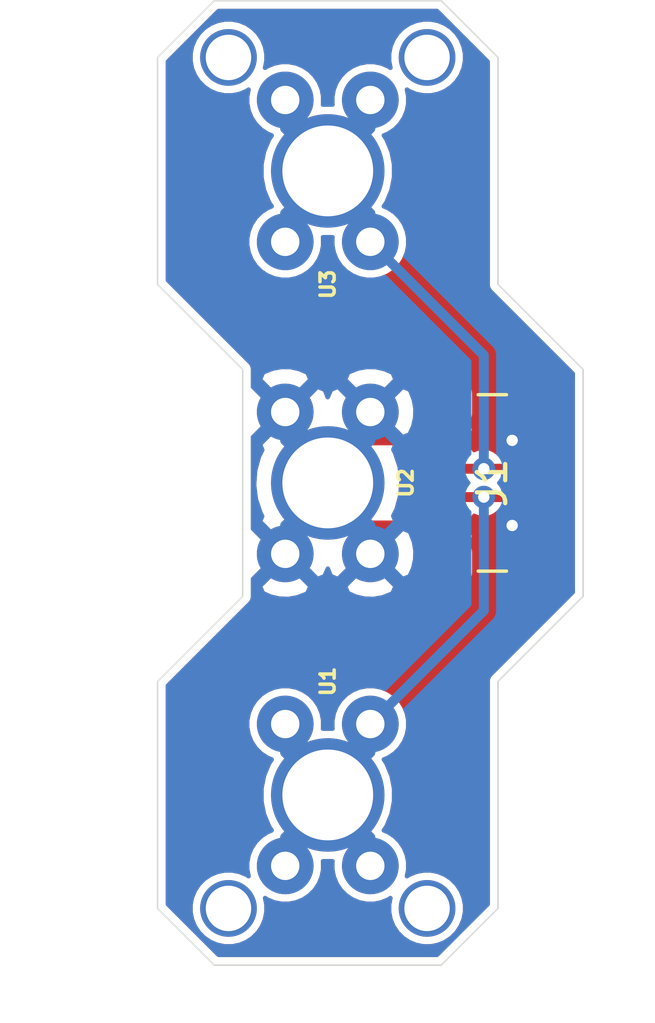
<source format=kicad_pcb>
(kicad_pcb (version 20171130) (host pcbnew 5.1.5-52549c5~86~ubuntu18.04.1)

  (general
    (thickness 1.6)
    (drawings 16)
    (tracks 60)
    (zones 0)
    (modules 8)
    (nets 4)
  )

  (page A4)
  (layers
    (0 F.Cu signal)
    (31 B.Cu signal)
    (32 B.Adhes user)
    (33 F.Adhes user)
    (34 B.Paste user)
    (35 F.Paste user)
    (36 B.SilkS user)
    (37 F.SilkS user)
    (38 B.Mask user)
    (39 F.Mask user)
    (40 Dwgs.User user)
    (41 Cmts.User user)
    (42 Eco1.User user)
    (43 Eco2.User user)
    (44 Edge.Cuts user)
    (45 Margin user)
    (46 B.CrtYd user)
    (47 F.CrtYd user)
    (48 B.Fab user)
    (49 F.Fab user)
  )

  (setup
    (last_trace_width 0.35)
    (trace_clearance 0.2)
    (zone_clearance 0.26)
    (zone_45_only no)
    (trace_min 0.2)
    (via_size 0.8)
    (via_drill 0.4)
    (via_min_size 0.4)
    (via_min_drill 0.3)
    (uvia_size 0.3)
    (uvia_drill 0.1)
    (uvias_allowed no)
    (uvia_min_size 0.2)
    (uvia_min_drill 0.1)
    (edge_width 0.05)
    (segment_width 0.2)
    (pcb_text_width 0.3)
    (pcb_text_size 1.5 1.5)
    (mod_edge_width 0.12)
    (mod_text_size 1 1)
    (mod_text_width 0.15)
    (pad_size 4 4)
    (pad_drill 3.2)
    (pad_to_mask_clearance 0.051)
    (solder_mask_min_width 0.25)
    (aux_axis_origin 0 0)
    (visible_elements FFFFFF7F)
    (pcbplotparams
      (layerselection 0x010fc_ffffffff)
      (usegerberextensions false)
      (usegerberattributes false)
      (usegerberadvancedattributes false)
      (creategerberjobfile false)
      (excludeedgelayer true)
      (linewidth 0.100000)
      (plotframeref false)
      (viasonmask false)
      (mode 1)
      (useauxorigin false)
      (hpglpennumber 1)
      (hpglpenspeed 20)
      (hpglpendiameter 15.000000)
      (psnegative false)
      (psa4output false)
      (plotreference true)
      (plotvalue true)
      (plotinvisibletext false)
      (padsonsilk false)
      (subtractmaskfromsilk false)
      (outputformat 1)
      (mirror false)
      (drillshape 0)
      (scaleselection 1)
      (outputdirectory "fab/"))
  )

  (net 0 "")
  (net 1 GND)
  (net 2 "Net-(J1-Pad2)")
  (net 3 "Net-(J1-Pad3)")

  (net_class Default "This is the default net class."
    (clearance 0.2)
    (trace_width 0.35)
    (via_dia 0.8)
    (via_drill 0.4)
    (uvia_dia 0.3)
    (uvia_drill 0.1)
    (add_net GND)
    (add_net "Net-(J1-Pad2)")
    (add_net "Net-(J1-Pad3)")
  )

  (module SOMOS:MountingHole_2.1mm (layer F.Cu) (tedit 5E9D4FB2) (tstamp 5E9DB1C7)
    (at 153.5 115)
    (descr "Mounting Hole 2.1mm, no annular")
    (tags "mounting hole 2.1mm no annular")
    (attr virtual)
    (fp_text reference REF** (at 0 -3.2) (layer F.SilkS) hide
      (effects (font (size 1 1) (thickness 0.15)))
    )
    (fp_text value MountingHole_2.1mm (at 0 3.2) (layer F.Fab)
      (effects (font (size 1 1) (thickness 0.15)))
    )
    (fp_text user %R (at 0.3 0) (layer F.Fab)
      (effects (font (size 1 1) (thickness 0.15)))
    )
    (pad 0 thru_hole circle (at 0 0) (size 2 2) (drill 1.6) (layers *.Cu *.Mask))
  )

  (module SOMOS:MountingHole_2.1mm (layer F.Cu) (tedit 5E9D4FB2) (tstamp 5E9DB1BD)
    (at 146.5 115)
    (descr "Mounting Hole 2.1mm, no annular")
    (tags "mounting hole 2.1mm no annular")
    (attr virtual)
    (fp_text reference REF** (at 0 -3.2) (layer F.SilkS) hide
      (effects (font (size 1 1) (thickness 0.15)))
    )
    (fp_text value MountingHole_2.1mm (at 0 3.2) (layer F.Fab)
      (effects (font (size 1 1) (thickness 0.15)))
    )
    (fp_text user %R (at 0.3 0) (layer F.Fab)
      (effects (font (size 1 1) (thickness 0.15)))
    )
    (pad 0 thru_hole circle (at 0 0) (size 2 2) (drill 1.6) (layers *.Cu *.Mask))
  )

  (module SOMOS:MountingHole_2.1mm (layer F.Cu) (tedit 5E9D4FB2) (tstamp 5E9DB1B3)
    (at 153.5 85)
    (descr "Mounting Hole 2.1mm, no annular")
    (tags "mounting hole 2.1mm no annular")
    (attr virtual)
    (fp_text reference REF** (at 0 -3.2) (layer F.SilkS) hide
      (effects (font (size 1 1) (thickness 0.15)))
    )
    (fp_text value MountingHole_2.1mm (at 0 3.2) (layer F.Fab)
      (effects (font (size 1 1) (thickness 0.15)))
    )
    (fp_text user %R (at 0.3 0) (layer F.Fab)
      (effects (font (size 1 1) (thickness 0.15)))
    )
    (pad 0 thru_hole circle (at 0 0) (size 2 2) (drill 1.6) (layers *.Cu *.Mask))
  )

  (module SOMOS:MountingHole_2.1mm (layer F.Cu) (tedit 5E9D4FB2) (tstamp 5E9DB19B)
    (at 146.5 85)
    (descr "Mounting Hole 2.1mm, no annular")
    (tags "mounting hole 2.1mm no annular")
    (attr virtual)
    (fp_text reference REF** (at 0 -3.2) (layer F.SilkS) hide
      (effects (font (size 1 1) (thickness 0.15)))
    )
    (fp_text value MountingHole_2.1mm (at 0 3.2) (layer F.Fab)
      (effects (font (size 1 1) (thickness 0.15)))
    )
    (fp_text user %R (at 0.3 0) (layer F.Fab)
      (effects (font (size 1 1) (thickness 0.15)))
    )
    (pad 0 thru_hole circle (at 0 0) (size 2 2) (drill 1.6) (layers *.Cu *.Mask))
  )

  (module SOMOS:SOMOS_ELECTRODE_2 (layer F.Cu) (tedit 5E811968) (tstamp 5E817A0D)
    (at 150 111 90)
    (path /5E1F0769)
    (fp_text reference U1 (at 4 0 90) (layer F.SilkS)
      (effects (font (size 0.5 0.5) (thickness 0.125)))
    )
    (fp_text value ElectrodePad (at 0 4 90) (layer F.Fab)
      (effects (font (size 1 1) (thickness 0.15)))
    )
    (pad 1 thru_hole circle (at 0 0 90) (size 4 4) (drill 3.2) (layers *.Cu *.Mask)
      (net 2 "Net-(J1-Pad2)"))
    (pad 1 thru_hole circle (at -2.5 -1.5 90) (size 2 2) (drill 1) (layers *.Cu *.Mask)
      (net 2 "Net-(J1-Pad2)"))
    (pad 1 thru_hole circle (at 2.5 -1.5 90) (size 2 2) (drill 1) (layers *.Cu *.Mask)
      (net 2 "Net-(J1-Pad2)"))
    (pad 1 thru_hole circle (at 2.5 1.5 90) (size 2 2) (drill 1) (layers *.Cu *.Mask)
      (net 2 "Net-(J1-Pad2)"))
    (pad 1 thru_hole circle (at -2.5 1.5 90) (size 2 2) (drill 1) (layers *.Cu *.Mask)
      (net 2 "Net-(J1-Pad2)"))
  )

  (module SOMOS:SOMOS_ELECTRODE_2 (layer F.Cu) (tedit 5E811968) (tstamp 5E816B01)
    (at 150 100 270)
    (path /5E20931B)
    (fp_text reference U2 (at 0 -2.75 270) (layer F.SilkS)
      (effects (font (size 0.5 0.5) (thickness 0.125)))
    )
    (fp_text value ElectrodePad (at 0 -5.08 270) (layer F.Fab)
      (effects (font (size 1 1) (thickness 0.15)))
    )
    (pad 1 thru_hole circle (at 0 0 270) (size 4 4) (drill 3.2) (layers *.Cu *.Mask)
      (net 1 GND))
    (pad 1 thru_hole circle (at -2.5 -1.5 270) (size 2 2) (drill 1) (layers *.Cu *.Mask)
      (net 1 GND))
    (pad 1 thru_hole circle (at 2.5 -1.5 270) (size 2 2) (drill 1) (layers *.Cu *.Mask)
      (net 1 GND))
    (pad 1 thru_hole circle (at 2.5 1.5 270) (size 2 2) (drill 1) (layers *.Cu *.Mask)
      (net 1 GND))
    (pad 1 thru_hole circle (at -2.5 1.5 270) (size 2 2) (drill 1) (layers *.Cu *.Mask)
      (net 1 GND))
  )

  (module SOMOS:SOMOS_ELECTRODE_2 (layer F.Cu) (tedit 5E811968) (tstamp 5E81716F)
    (at 150 89 90)
    (path /5E298AB1)
    (fp_text reference U3 (at -4 0 90) (layer F.SilkS)
      (effects (font (size 0.5 0.5) (thickness 0.125)))
    )
    (fp_text value ElectrodePad (at 0 -5.08 90) (layer F.Fab)
      (effects (font (size 1 1) (thickness 0.15)))
    )
    (pad 1 thru_hole circle (at -2.5 1.5 90) (size 2 2) (drill 1) (layers *.Cu *.Mask)
      (net 3 "Net-(J1-Pad3)"))
    (pad 1 thru_hole circle (at 2.5 1.5 90) (size 2 2) (drill 1) (layers *.Cu *.Mask)
      (net 3 "Net-(J1-Pad3)"))
    (pad 1 thru_hole circle (at 2.5 -1.5 90) (size 2 2) (drill 1) (layers *.Cu *.Mask)
      (net 3 "Net-(J1-Pad3)"))
    (pad 1 thru_hole circle (at -2.5 -1.5 90) (size 2 2) (drill 1) (layers *.Cu *.Mask)
      (net 3 "Net-(J1-Pad3)"))
    (pad 1 thru_hole circle (at 0 0 90) (size 4 4) (drill 3.2) (layers *.Cu *.Mask)
      (net 3 "Net-(J1-Pad3)"))
  )

  (module SOMOS:JST_SH_SM04B-SRSS-TB_1x04-DUAL (layer F.Cu) (tedit 5E9D446F) (tstamp 5E9DA6B2)
    (at 155.8 100 90)
    (descr "JST SH series connector, SM04B-SRSS-TB (http://www.jst-mfg.com/product/pdf/eng/eSH.pdf), generated with kicad-footprint-generator")
    (tags "connector JST SH top entry")
    (path /5E82C729)
    (attr smd)
    (fp_text reference J1 (at 0 0 90) (layer F.SilkS)
      (effects (font (size 1 1) (thickness 0.15)))
    )
    (fp_text value Conn_01x04_Male (at 0 3.98 90) (layer F.Fab)
      (effects (font (size 1 1) (thickness 0.15)))
    )
    (fp_line (start -3 -1.675) (end 3 -1.675) (layer F.Fab) (width 0.1))
    (fp_line (start -3.11 0.5) (end -3.11 -0.5) (layer F.SilkS) (width 0.12))
    (fp_line (start 3.11 0.5) (end 3.11 -0.5) (layer F.SilkS) (width 0.12))
    (fp_line (start -3 2.575) (end 3 2.575) (layer F.Fab) (width 0.1))
    (fp_line (start -3 -1.675) (end -3 2.575) (layer F.Fab) (width 0.1))
    (fp_line (start 3 -1.675) (end 3 2.575) (layer F.Fab) (width 0.1))
    (fp_line (start -3.9 -3.28) (end -3.9 3.28) (layer F.CrtYd) (width 0.05))
    (fp_line (start -3.9 3.28) (end 3.9 3.28) (layer F.CrtYd) (width 0.05))
    (fp_line (start 3.9 3.28) (end 3.9 -3.28) (layer F.CrtYd) (width 0.05))
    (fp_line (start 3.9 -3.28) (end -3.9 -3.28) (layer F.CrtYd) (width 0.05))
    (fp_line (start -2 -1.675) (end -1.5 -0.967893) (layer F.Fab) (width 0.1))
    (fp_line (start -1.5 -0.967893) (end -1 -1.675) (layer F.Fab) (width 0.1))
    (fp_text user %R (at 0 0 90) (layer F.Fab)
      (effects (font (size 1 1) (thickness 0.15)))
    )
    (pad 1 smd roundrect (at -1.5 -2 90) (size 0.6 1.55) (layers F.Cu F.Paste F.Mask) (roundrect_rratio 0.25)
      (net 1 GND))
    (pad 2 smd roundrect (at -0.5 -2 90) (size 0.6 1.55) (layers F.Cu F.Paste F.Mask) (roundrect_rratio 0.25)
      (net 2 "Net-(J1-Pad2)"))
    (pad 3 smd roundrect (at 0.5 -2 90) (size 0.6 1.55) (layers F.Cu F.Paste F.Mask) (roundrect_rratio 0.25)
      (net 3 "Net-(J1-Pad3)"))
    (pad 4 smd roundrect (at 1.5 -2 90) (size 0.6 1.55) (layers F.Cu F.Paste F.Mask) (roundrect_rratio 0.25)
      (net 1 GND))
    (pad MP smd roundrect (at -2.8 1.875 90) (size 1.2 1.8) (layers F.Cu F.Paste F.Mask) (roundrect_rratio 0.208))
    (pad MP smd roundrect (at 2.8 1.875 90) (size 1.2 1.8) (layers F.Cu F.Paste F.Mask) (roundrect_rratio 0.208333))
    (pad MP smd roundrect (at -2.8 -1.875 90) (size 1.2 1.8) (layers F.Cu F.Paste F.Mask) (roundrect_rratio 0.208))
    (pad MP smd roundrect (at 2.8 -1.875 90) (size 1.2 1.8) (layers F.Cu F.Paste F.Mask) (roundrect_rratio 0.208))
    (pad 1 smd roundrect (at -1.5 2 90) (size 0.6 1.55) (layers F.Cu F.Paste F.Mask) (roundrect_rratio 0.25)
      (net 1 GND))
    (pad 2 smd roundrect (at -0.5 2 90) (size 0.6 1.55) (layers F.Cu F.Paste F.Mask) (roundrect_rratio 0.25)
      (net 2 "Net-(J1-Pad2)"))
    (pad 3 smd roundrect (at 0.5 2 90) (size 0.6 1.55) (layers F.Cu F.Paste F.Mask) (roundrect_rratio 0.25)
      (net 3 "Net-(J1-Pad3)"))
    (pad 4 smd roundrect (at 1.5 2 90) (size 0.6 1.55) (layers F.Cu F.Paste F.Mask) (roundrect_rratio 0.25)
      (net 1 GND))
    (model ${PERSO3D}/SMxxB-SRSS-TB/SM04B-SRSS-TB.STEP
      (offset (xyz 0 1.5 -0.3))
      (scale (xyz 1 1 1))
      (rotate (xyz -90 0 0))
    )
  )

  (gr_line (start 154 83) (end 156 85) (layer Edge.Cuts) (width 0.05) (tstamp 5E817D6A))
  (gr_line (start 146 83) (end 144 85) (layer Edge.Cuts) (width 0.05) (tstamp 5E817D69))
  (gr_line (start 156 115) (end 154 117) (layer Edge.Cuts) (width 0.05) (tstamp 5E817D68))
  (gr_line (start 144 115) (end 146 117) (layer Edge.Cuts) (width 0.05) (tstamp 5E817D67))
  (gr_line (start 144 93) (end 144 85) (layer Edge.Cuts) (width 0.05) (tstamp 5E816403))
  (gr_line (start 147 104) (end 144 107) (layer Edge.Cuts) (width 0.05))
  (gr_line (start 147 96) (end 147 104) (layer Edge.Cuts) (width 0.05))
  (gr_line (start 144 93) (end 147 96) (layer Edge.Cuts) (width 0.05))
  (gr_line (start 156 93) (end 156 85) (layer Edge.Cuts) (width 0.05) (tstamp 5E8163FE))
  (gr_line (start 159 96) (end 156 93) (layer Edge.Cuts) (width 0.05))
  (gr_line (start 159 104) (end 159 96) (layer Edge.Cuts) (width 0.05))
  (gr_line (start 156 107) (end 159 104) (layer Edge.Cuts) (width 0.05))
  (gr_line (start 156 115) (end 156 107) (layer Edge.Cuts) (width 0.05))
  (gr_line (start 144 115) (end 144 107) (layer Edge.Cuts) (width 0.05) (tstamp 5E816286))
  (gr_line (start 154 117) (end 146 117) (layer Edge.Cuts) (width 0.05))
  (gr_line (start 146 83) (end 154 83) (layer Edge.Cuts) (width 0.05))

  (segment (start 158 98.5) (end 157.5 98.5) (width 0.35) (layer F.Cu) (net 1) (status 30))
  (segment (start 148.5 101.5) (end 150 100) (width 0.35) (layer B.Cu) (net 1) (status 30))
  (segment (start 148.5 102.5) (end 148.5 101.5) (width 0.35) (layer B.Cu) (net 1) (status 30))
  (segment (start 151.5 101.5) (end 150 100) (width 0.35) (layer B.Cu) (net 1) (status 30))
  (segment (start 151.5 102.5) (end 151.5 101.5) (width 0.35) (layer B.Cu) (net 1) (status 30))
  (segment (start 148.5 98.5) (end 150 100) (width 0.35) (layer B.Cu) (net 1) (status 30))
  (segment (start 148.5 97.5) (end 148.5 98.5) (width 0.35) (layer B.Cu) (net 1) (status 30))
  (segment (start 151.5 98.5) (end 150 100) (width 0.35) (layer B.Cu) (net 1) (status 30))
  (segment (start 151.5 97.5) (end 151.5 98.5) (width 0.35) (layer B.Cu) (net 1) (status 30))
  (segment (start 151.5 98.5) (end 150 100) (width 0.35) (layer F.Cu) (net 1))
  (segment (start 153.8 98.5) (end 151.5 98.5) (width 0.35) (layer F.Cu) (net 1))
  (segment (start 151.5 101.5) (end 150 100) (width 0.35) (layer F.Cu) (net 1))
  (segment (start 153.8 101.5) (end 151.5 101.5) (width 0.35) (layer F.Cu) (net 1))
  (via (at 156.5 98.5) (size 0.8) (drill 0.4) (layers F.Cu B.Cu) (net 1))
  (segment (start 157.8 98.5) (end 156.5 98.5) (width 0.35) (layer F.Cu) (net 1))
  (via (at 156.5 101.5) (size 0.8) (drill 0.4) (layers F.Cu B.Cu) (net 1))
  (segment (start 156.275 99.775) (end 156.5 98.5) (width 0.35) (layer B.Cu) (net 1))
  (segment (start 156.5 101.5) (end 156.275 99.775) (width 0.35) (layer B.Cu) (net 1))
  (segment (start 148.5 112.5) (end 150 111) (width 0.35) (layer F.Cu) (net 2) (status 30))
  (segment (start 148.5 108.5) (end 148.5 109.5) (width 0.35) (layer F.Cu) (net 2) (status 30))
  (segment (start 151.5 113.5) (end 151.5 112.5) (width 0.35) (layer F.Cu) (net 2) (status 30))
  (segment (start 151.5 112.5) (end 150 111) (width 0.35) (layer F.Cu) (net 2) (status 30))
  (segment (start 148.5 109.5) (end 150 111) (width 0.35) (layer F.Cu) (net 2) (status 30))
  (segment (start 151.5 108.5) (end 151.5 109.5) (width 0.35) (layer F.Cu) (net 2) (status 30))
  (segment (start 151.5 109.5) (end 150 111) (width 0.35) (layer F.Cu) (net 2) (status 30))
  (segment (start 148.5 113.5) (end 148.5 112.5) (width 0.35) (layer F.Cu) (net 2) (status 30))
  (segment (start 148.5 109.5) (end 150 111) (width 0.35) (layer B.Cu) (net 2))
  (segment (start 148.5 108.5) (end 148.5 109.5) (width 0.35) (layer B.Cu) (net 2))
  (segment (start 151.5 109.5) (end 150 111) (width 0.35) (layer B.Cu) (net 2))
  (segment (start 151.5 108.5) (end 151.5 109.5) (width 0.35) (layer B.Cu) (net 2))
  (segment (start 151.5 112.5) (end 150 111) (width 0.35) (layer B.Cu) (net 2))
  (segment (start 151.5 113.5) (end 151.5 112.5) (width 0.35) (layer B.Cu) (net 2))
  (segment (start 148.5 112.5) (end 150 111) (width 0.35) (layer B.Cu) (net 2))
  (segment (start 148.5 113.5) (end 148.5 112.5) (width 0.35) (layer B.Cu) (net 2))
  (segment (start 153.8 100.5) (end 155.5 100.5) (width 0.35) (layer F.Cu) (net 2))
  (segment (start 155.5 100.5) (end 157.8 100.5) (width 0.35) (layer F.Cu) (net 2))
  (segment (start 155.5 104.5) (end 151.5 108.5) (width 0.35) (layer B.Cu) (net 2))
  (via (at 155.5 100.5) (size 0.8) (drill 0.4) (layers F.Cu B.Cu) (net 2))
  (segment (start 155.5 100.5) (end 155.5 104.5) (width 0.35) (layer B.Cu) (net 2))
  (segment (start 151.5 86.5) (end 151.5 87.5) (width 0.35) (layer F.Cu) (net 3) (status 30))
  (segment (start 148.5 86.5) (end 148.5 87.5) (width 0.35) (layer F.Cu) (net 3) (status 30))
  (segment (start 148.5 91.5) (end 148.5 90.5) (width 0.35) (layer F.Cu) (net 3) (status 30))
  (segment (start 148.5 87.5) (end 150 89) (width 0.35) (layer F.Cu) (net 3) (status 30))
  (segment (start 151.5 91.5) (end 151.5 90.5) (width 0.35) (layer F.Cu) (net 3) (status 30))
  (segment (start 151.5 87.5) (end 150 89) (width 0.35) (layer F.Cu) (net 3) (status 30))
  (segment (start 151.5 90.5) (end 150 89) (width 0.35) (layer F.Cu) (net 3) (status 30))
  (segment (start 148.5 90.5) (end 150 89) (width 0.35) (layer F.Cu) (net 3) (status 30))
  (segment (start 151.5 90.5) (end 150 89) (width 0.35) (layer B.Cu) (net 3))
  (segment (start 151.5 91.5) (end 151.5 90.5) (width 0.35) (layer B.Cu) (net 3))
  (segment (start 148.5 90.5) (end 150 89) (width 0.35) (layer B.Cu) (net 3))
  (segment (start 148.5 91.5) (end 148.5 90.5) (width 0.35) (layer B.Cu) (net 3))
  (segment (start 148.5 87.5) (end 150 89) (width 0.35) (layer B.Cu) (net 3))
  (segment (start 148.5 86.5) (end 148.5 87.5) (width 0.35) (layer B.Cu) (net 3))
  (segment (start 151.5 87.5) (end 150 89) (width 0.35) (layer B.Cu) (net 3))
  (segment (start 151.5 86.5) (end 151.5 87.5) (width 0.35) (layer B.Cu) (net 3))
  (segment (start 157.8 99.5) (end 155.5 99.5) (width 0.35) (layer F.Cu) (net 3))
  (via (at 155.5 99.5) (size 0.8) (drill 0.4) (layers F.Cu B.Cu) (net 3))
  (segment (start 153.8 99.5) (end 155.5 99.5) (width 0.35) (layer F.Cu) (net 3))
  (segment (start 155.5 99.5) (end 155.5 95.5) (width 0.35) (layer B.Cu) (net 3))
  (segment (start 155.5 95.5) (end 151.5 91.5) (width 0.35) (layer B.Cu) (net 3))

  (zone (net 1) (net_name GND) (layer F.Cu) (tstamp 0) (hatch edge 0.508)
    (connect_pads (clearance 0.26))
    (min_thickness 0.153)
    (fill yes (arc_segments 32) (thermal_gap 0.508) (thermal_bridge_width 0.508))
    (polygon
      (pts
        (xy 156 85) (xy 156 93) (xy 159 96) (xy 159 104) (xy 156 107)
        (xy 156 115) (xy 154 117) (xy 146 117) (xy 144 115) (xy 144 107)
        (xy 147 104) (xy 147 96) (xy 144 93) (xy 144 85) (xy 146 83)
        (xy 154 83)
      )
    )
    (filled_polygon
      (pts
        (xy 155.638501 85.14974) (xy 155.6385 92.982243) (xy 155.636751 93) (xy 155.6385 93.017756) (xy 155.643731 93.070865)
        (xy 155.664402 93.139008) (xy 155.697969 93.201809) (xy 155.743144 93.256855) (xy 155.756936 93.268174) (xy 158.638501 96.149739)
        (xy 158.638501 96.353909) (xy 158.550067 96.306641) (xy 158.439739 96.273173) (xy 158.325001 96.261872) (xy 157.024999 96.261872)
        (xy 156.910261 96.273173) (xy 156.799933 96.306641) (xy 156.698253 96.360989) (xy 156.60913 96.43413) (xy 156.535989 96.523253)
        (xy 156.481641 96.624933) (xy 156.448173 96.735261) (xy 156.436872 96.849999) (xy 156.436872 97.550001) (xy 156.448173 97.664739)
        (xy 156.481641 97.775067) (xy 156.53583 97.87645) (xy 156.4849 97.969248) (xy 156.450261 98.07905) (xy 156.4405 98.176375)
        (xy 156.586625 98.3225) (xy 157.6225 98.3225) (xy 157.6225 98.3025) (xy 157.9775 98.3025) (xy 157.9775 98.3225)
        (xy 157.9975 98.3225) (xy 157.9975 98.6775) (xy 157.9775 98.6775) (xy 157.9775 98.6975) (xy 157.6225 98.6975)
        (xy 157.6225 98.6775) (xy 156.586625 98.6775) (xy 156.4405 98.823625) (xy 156.450261 98.92095) (xy 156.471571 98.9885)
        (xy 156.030069 98.9885) (xy 155.969492 98.927923) (xy 155.848864 98.847322) (xy 155.714829 98.791803) (xy 155.572539 98.7635)
        (xy 155.427461 98.7635) (xy 155.285171 98.791803) (xy 155.157383 98.844734) (xy 155.1595 98.823625) (xy 155.013375 98.6775)
        (xy 153.9775 98.6775) (xy 153.9775 98.6975) (xy 153.6225 98.6975) (xy 153.6225 98.6775) (xy 152.586625 98.6775)
        (xy 152.4405 98.823625) (xy 152.450261 98.92095) (xy 152.4849 99.030752) (xy 152.540296 99.131687) (xy 152.614318 99.219875)
        (xy 152.693436 99.283353) (xy 152.686872 99.35) (xy 152.686872 99.65) (xy 152.696251 99.745229) (xy 152.724029 99.836798)
        (xy 152.769136 99.921189) (xy 152.829841 99.995159) (xy 152.83574 100) (xy 152.829841 100.004841) (xy 152.769136 100.078811)
        (xy 152.724029 100.163202) (xy 152.696251 100.254771) (xy 152.686872 100.35) (xy 152.686872 100.65) (xy 152.693436 100.716647)
        (xy 152.614318 100.780125) (xy 152.540296 100.868313) (xy 152.4849 100.969248) (xy 152.450261 101.07905) (xy 152.4405 101.176375)
        (xy 152.586625 101.3225) (xy 153.6225 101.3225) (xy 153.6225 101.3025) (xy 153.9775 101.3025) (xy 153.9775 101.3225)
        (xy 155.013375 101.3225) (xy 155.1595 101.176375) (xy 155.157383 101.155266) (xy 155.285171 101.208197) (xy 155.427461 101.2365)
        (xy 155.572539 101.2365) (xy 155.714829 101.208197) (xy 155.848864 101.152678) (xy 155.969492 101.072077) (xy 156.030069 101.0115)
        (xy 156.471571 101.0115) (xy 156.450261 101.07905) (xy 156.4405 101.176375) (xy 156.586625 101.3225) (xy 157.6225 101.3225)
        (xy 157.6225 101.3025) (xy 157.9775 101.3025) (xy 157.9775 101.3225) (xy 157.9975 101.3225) (xy 157.9975 101.6775)
        (xy 157.9775 101.6775) (xy 157.9775 101.6975) (xy 157.6225 101.6975) (xy 157.6225 101.6775) (xy 156.586625 101.6775)
        (xy 156.4405 101.823625) (xy 156.450261 101.92095) (xy 156.4849 102.030752) (xy 156.535748 102.123401) (xy 156.48161 102.224686)
        (xy 156.448165 102.33494) (xy 156.436872 102.4496) (xy 156.436872 103.1504) (xy 156.448165 103.26506) (xy 156.48161 103.375314)
        (xy 156.535922 103.476924) (xy 156.609014 103.565986) (xy 156.698076 103.639078) (xy 156.799686 103.69339) (xy 156.90994 103.726835)
        (xy 157.0246 103.738128) (xy 158.3254 103.738128) (xy 158.44006 103.726835) (xy 158.550314 103.69339) (xy 158.6385 103.646253)
        (xy 158.6385 103.850262) (xy 155.756936 106.731826) (xy 155.743145 106.743144) (xy 155.731827 106.756935) (xy 155.731825 106.756937)
        (xy 155.69797 106.79819) (xy 155.664403 106.860991) (xy 155.643731 106.929134) (xy 155.636751 107) (xy 155.638501 107.017767)
        (xy 155.6385 114.850261) (xy 153.850262 116.6385) (xy 146.149739 116.6385) (xy 144.379605 114.868366) (xy 145.1635 114.868366)
        (xy 145.1635 115.131634) (xy 145.214861 115.389843) (xy 145.315609 115.63307) (xy 145.461872 115.851969) (xy 145.648031 116.038128)
        (xy 145.86693 116.184391) (xy 146.110157 116.285139) (xy 146.368366 116.3365) (xy 146.631634 116.3365) (xy 146.889843 116.285139)
        (xy 147.13307 116.184391) (xy 147.351969 116.038128) (xy 147.538128 115.851969) (xy 147.684391 115.63307) (xy 147.785139 115.389843)
        (xy 147.8365 115.131634) (xy 147.8365 114.868366) (xy 147.789631 114.632742) (xy 147.86693 114.684391) (xy 148.110157 114.785139)
        (xy 148.368366 114.8365) (xy 148.631634 114.8365) (xy 148.889843 114.785139) (xy 149.13307 114.684391) (xy 149.351969 114.538128)
        (xy 149.538128 114.351969) (xy 149.684391 114.13307) (xy 149.785139 113.889843) (xy 149.8365 113.631634) (xy 149.8365 113.368366)
        (xy 149.830161 113.3365) (xy 150.169839 113.3365) (xy 150.1635 113.368366) (xy 150.1635 113.631634) (xy 150.214861 113.889843)
        (xy 150.315609 114.13307) (xy 150.461872 114.351969) (xy 150.648031 114.538128) (xy 150.86693 114.684391) (xy 151.110157 114.785139)
        (xy 151.368366 114.8365) (xy 151.631634 114.8365) (xy 151.889843 114.785139) (xy 152.13307 114.684391) (xy 152.210369 114.632742)
        (xy 152.1635 114.868366) (xy 152.1635 115.131634) (xy 152.214861 115.389843) (xy 152.315609 115.63307) (xy 152.461872 115.851969)
        (xy 152.648031 116.038128) (xy 152.86693 116.184391) (xy 153.110157 116.285139) (xy 153.368366 116.3365) (xy 153.631634 116.3365)
        (xy 153.889843 116.285139) (xy 154.13307 116.184391) (xy 154.351969 116.038128) (xy 154.538128 115.851969) (xy 154.684391 115.63307)
        (xy 154.785139 115.389843) (xy 154.8365 115.131634) (xy 154.8365 114.868366) (xy 154.785139 114.610157) (xy 154.684391 114.36693)
        (xy 154.538128 114.148031) (xy 154.351969 113.961872) (xy 154.13307 113.815609) (xy 153.889843 113.714861) (xy 153.631634 113.6635)
        (xy 153.368366 113.6635) (xy 153.110157 113.714861) (xy 152.86693 113.815609) (xy 152.789631 113.867258) (xy 152.8365 113.631634)
        (xy 152.8365 113.368366) (xy 152.785139 113.110157) (xy 152.684391 112.86693) (xy 152.538128 112.648031) (xy 152.351969 112.461872)
        (xy 152.13307 112.315609) (xy 151.974821 112.25006) (xy 152.070579 112.106748) (xy 152.246709 111.681532) (xy 152.3365 111.230125)
        (xy 152.3365 110.769875) (xy 152.246709 110.318468) (xy 152.070579 109.893252) (xy 151.974821 109.74994) (xy 152.13307 109.684391)
        (xy 152.351969 109.538128) (xy 152.538128 109.351969) (xy 152.684391 109.13307) (xy 152.785139 108.889843) (xy 152.8365 108.631634)
        (xy 152.8365 108.368366) (xy 152.785139 108.110157) (xy 152.684391 107.86693) (xy 152.538128 107.648031) (xy 152.351969 107.461872)
        (xy 152.13307 107.315609) (xy 151.889843 107.214861) (xy 151.631634 107.1635) (xy 151.368366 107.1635) (xy 151.110157 107.214861)
        (xy 150.86693 107.315609) (xy 150.648031 107.461872) (xy 150.461872 107.648031) (xy 150.315609 107.86693) (xy 150.214861 108.110157)
        (xy 150.1635 108.368366) (xy 150.1635 108.631634) (xy 150.169839 108.6635) (xy 149.830161 108.6635) (xy 149.8365 108.631634)
        (xy 149.8365 108.368366) (xy 149.785139 108.110157) (xy 149.684391 107.86693) (xy 149.538128 107.648031) (xy 149.351969 107.461872)
        (xy 149.13307 107.315609) (xy 148.889843 107.214861) (xy 148.631634 107.1635) (xy 148.368366 107.1635) (xy 148.110157 107.214861)
        (xy 147.86693 107.315609) (xy 147.648031 107.461872) (xy 147.461872 107.648031) (xy 147.315609 107.86693) (xy 147.214861 108.110157)
        (xy 147.1635 108.368366) (xy 147.1635 108.631634) (xy 147.214861 108.889843) (xy 147.315609 109.13307) (xy 147.461872 109.351969)
        (xy 147.648031 109.538128) (xy 147.86693 109.684391) (xy 148.025179 109.74994) (xy 147.929421 109.893252) (xy 147.753291 110.318468)
        (xy 147.6635 110.769875) (xy 147.6635 111.230125) (xy 147.753291 111.681532) (xy 147.929421 112.106748) (xy 148.025179 112.25006)
        (xy 147.86693 112.315609) (xy 147.648031 112.461872) (xy 147.461872 112.648031) (xy 147.315609 112.86693) (xy 147.214861 113.110157)
        (xy 147.1635 113.368366) (xy 147.1635 113.631634) (xy 147.210369 113.867258) (xy 147.13307 113.815609) (xy 146.889843 113.714861)
        (xy 146.631634 113.6635) (xy 146.368366 113.6635) (xy 146.110157 113.714861) (xy 145.86693 113.815609) (xy 145.648031 113.961872)
        (xy 145.461872 114.148031) (xy 145.315609 114.36693) (xy 145.214861 114.610157) (xy 145.1635 114.868366) (xy 144.379605 114.868366)
        (xy 144.3615 114.850262) (xy 144.3615 107.149738) (xy 147.24306 104.268178) (xy 147.256856 104.256856) (xy 147.302031 104.20181)
        (xy 147.317656 104.172577) (xy 147.335598 104.13901) (xy 147.356269 104.070867) (xy 147.363249 104) (xy 147.3615 103.982243)
        (xy 147.3615 103.640285) (xy 147.610738 103.640285) (xy 147.713582 103.884393) (xy 147.998774 104.011214) (xy 148.303228 104.079962)
        (xy 148.615245 104.087991) (xy 148.922832 104.034995) (xy 149.21417 103.923011) (xy 149.286418 103.884393) (xy 149.389262 103.640285)
        (xy 150.610738 103.640285) (xy 150.713582 103.884393) (xy 150.998774 104.011214) (xy 151.303228 104.079962) (xy 151.615245 104.087991)
        (xy 151.922832 104.034995) (xy 152.21417 103.923011) (xy 152.286418 103.884393) (xy 152.389262 103.640285) (xy 151.5 102.751023)
        (xy 150.610738 103.640285) (xy 149.389262 103.640285) (xy 148.5 102.751023) (xy 147.610738 103.640285) (xy 147.3615 103.640285)
        (xy 147.3615 103.387477) (xy 148.248977 102.5) (xy 147.3615 101.612523) (xy 147.3615 100.075644) (xy 147.404097 100.075644)
        (xy 147.468734 100.580626) (xy 147.630646 101.063295) (xy 147.68935 101.173123) (xy 147.610738 101.359715) (xy 148.5 102.248977)
        (xy 148.514142 102.234835) (xy 148.765165 102.485858) (xy 148.751023 102.5) (xy 149.640285 103.389262) (xy 149.884393 103.286418)
        (xy 150.002591 103.020617) (xy 150.076989 103.21417) (xy 150.115607 103.286418) (xy 150.359715 103.389262) (xy 151.248977 102.5)
        (xy 151.751023 102.5) (xy 152.640285 103.389262) (xy 152.725013 103.353566) (xy 152.73161 103.375314) (xy 152.785922 103.476924)
        (xy 152.859014 103.565986) (xy 152.948076 103.639078) (xy 153.049686 103.69339) (xy 153.15994 103.726835) (xy 153.2746 103.738128)
        (xy 154.5754 103.738128) (xy 154.69006 103.726835) (xy 154.800314 103.69339) (xy 154.901924 103.639078) (xy 154.990986 103.565986)
        (xy 155.064078 103.476924) (xy 155.11839 103.375314) (xy 155.151835 103.26506) (xy 155.163128 103.1504) (xy 155.163128 102.4496)
        (xy 155.151835 102.33494) (xy 155.11839 102.224686) (xy 155.064252 102.123401) (xy 155.1151 102.030752) (xy 155.149739 101.92095)
        (xy 155.1595 101.823625) (xy 155.013375 101.6775) (xy 153.9775 101.6775) (xy 153.9775 101.6975) (xy 153.6225 101.6975)
        (xy 153.6225 101.6775) (xy 152.79875 101.6775) (xy 152.640285 101.610738) (xy 151.751023 102.5) (xy 151.248977 102.5)
        (xy 151.234835 102.485858) (xy 151.485858 102.234835) (xy 151.5 102.248977) (xy 152.389262 101.359715) (xy 152.307162 101.164845)
        (xy 152.427249 100.923523) (xy 152.560781 100.432245) (xy 152.595903 99.924356) (xy 152.531266 99.419374) (xy 152.369354 98.936705)
        (xy 152.31065 98.826877) (xy 152.389262 98.640285) (xy 151.5 97.751023) (xy 151.485858 97.765165) (xy 151.234835 97.514142)
        (xy 151.248977 97.5) (xy 151.751023 97.5) (xy 152.640285 98.389262) (xy 152.79875 98.3225) (xy 153.6225 98.3225)
        (xy 153.6225 98.3025) (xy 153.9775 98.3025) (xy 153.9775 98.3225) (xy 155.013375 98.3225) (xy 155.1595 98.176375)
        (xy 155.149739 98.07905) (xy 155.1151 97.969248) (xy 155.064252 97.876599) (xy 155.11839 97.775314) (xy 155.151835 97.66506)
        (xy 155.163128 97.5504) (xy 155.163128 96.8496) (xy 155.151835 96.73494) (xy 155.11839 96.624686) (xy 155.064078 96.523076)
        (xy 154.990986 96.434014) (xy 154.901924 96.360922) (xy 154.800314 96.30661) (xy 154.69006 96.273165) (xy 154.5754 96.261872)
        (xy 153.2746 96.261872) (xy 153.15994 96.273165) (xy 153.049686 96.30661) (xy 152.948076 96.360922) (xy 152.859014 96.434014)
        (xy 152.785922 96.523076) (xy 152.73161 96.624686) (xy 152.725013 96.646434) (xy 152.640285 96.610738) (xy 151.751023 97.5)
        (xy 151.248977 97.5) (xy 150.359715 96.610738) (xy 150.115607 96.713582) (xy 149.997409 96.979383) (xy 149.923011 96.78583)
        (xy 149.884393 96.713582) (xy 149.640285 96.610738) (xy 148.751023 97.5) (xy 148.765165 97.514142) (xy 148.514142 97.765165)
        (xy 148.5 97.751023) (xy 147.610738 98.640285) (xy 147.692838 98.835155) (xy 147.572751 99.076477) (xy 147.439219 99.567755)
        (xy 147.404097 100.075644) (xy 147.3615 100.075644) (xy 147.3615 98.387477) (xy 148.248977 97.5) (xy 147.3615 96.612523)
        (xy 147.3615 96.359715) (xy 147.610738 96.359715) (xy 148.5 97.248977) (xy 149.389262 96.359715) (xy 150.610738 96.359715)
        (xy 151.5 97.248977) (xy 152.389262 96.359715) (xy 152.286418 96.115607) (xy 152.001226 95.988786) (xy 151.696772 95.920038)
        (xy 151.384755 95.912009) (xy 151.077168 95.965005) (xy 150.78583 96.076989) (xy 150.713582 96.115607) (xy 150.610738 96.359715)
        (xy 149.389262 96.359715) (xy 149.286418 96.115607) (xy 149.001226 95.988786) (xy 148.696772 95.920038) (xy 148.384755 95.912009)
        (xy 148.077168 95.965005) (xy 147.78583 96.076989) (xy 147.713582 96.115607) (xy 147.610738 96.359715) (xy 147.3615 96.359715)
        (xy 147.3615 96.017757) (xy 147.363249 96) (xy 147.356269 95.929133) (xy 147.335598 95.86099) (xy 147.317656 95.827423)
        (xy 147.302031 95.79819) (xy 147.256855 95.743144) (xy 147.243064 95.731826) (xy 144.3615 92.850262) (xy 144.3615 85.149738)
        (xy 144.642872 84.868366) (xy 145.1635 84.868366) (xy 145.1635 85.131634) (xy 145.214861 85.389843) (xy 145.315609 85.63307)
        (xy 145.461872 85.851969) (xy 145.648031 86.038128) (xy 145.86693 86.184391) (xy 146.110157 86.285139) (xy 146.368366 86.3365)
        (xy 146.631634 86.3365) (xy 146.889843 86.285139) (xy 147.13307 86.184391) (xy 147.210369 86.132742) (xy 147.1635 86.368366)
        (xy 147.1635 86.631634) (xy 147.214861 86.889843) (xy 147.315609 87.13307) (xy 147.461872 87.351969) (xy 147.648031 87.538128)
        (xy 147.86693 87.684391) (xy 148.025179 87.74994) (xy 147.929421 87.893252) (xy 147.753291 88.318468) (xy 147.6635 88.769875)
        (xy 147.6635 89.230125) (xy 147.753291 89.681532) (xy 147.929421 90.106748) (xy 148.025179 90.25006) (xy 147.86693 90.315609)
        (xy 147.648031 90.461872) (xy 147.461872 90.648031) (xy 147.315609 90.86693) (xy 147.214861 91.110157) (xy 147.1635 91.368366)
        (xy 147.1635 91.631634) (xy 147.214861 91.889843) (xy 147.315609 92.13307) (xy 147.461872 92.351969) (xy 147.648031 92.538128)
        (xy 147.86693 92.684391) (xy 148.110157 92.785139) (xy 148.368366 92.8365) (xy 148.631634 92.8365) (xy 148.889843 92.785139)
        (xy 149.13307 92.684391) (xy 149.351969 92.538128) (xy 149.538128 92.351969) (xy 149.684391 92.13307) (xy 149.785139 91.889843)
        (xy 149.8365 91.631634) (xy 149.8365 91.368366) (xy 149.830161 91.3365) (xy 150.169839 91.3365) (xy 150.1635 91.368366)
        (xy 150.1635 91.631634) (xy 150.214861 91.889843) (xy 150.315609 92.13307) (xy 150.461872 92.351969) (xy 150.648031 92.538128)
        (xy 150.86693 92.684391) (xy 151.110157 92.785139) (xy 151.368366 92.8365) (xy 151.631634 92.8365) (xy 151.889843 92.785139)
        (xy 152.13307 92.684391) (xy 152.351969 92.538128) (xy 152.538128 92.351969) (xy 152.684391 92.13307) (xy 152.785139 91.889843)
        (xy 152.8365 91.631634) (xy 152.8365 91.368366) (xy 152.785139 91.110157) (xy 152.684391 90.86693) (xy 152.538128 90.648031)
        (xy 152.351969 90.461872) (xy 152.13307 90.315609) (xy 151.974821 90.25006) (xy 152.070579 90.106748) (xy 152.246709 89.681532)
        (xy 152.3365 89.230125) (xy 152.3365 88.769875) (xy 152.246709 88.318468) (xy 152.070579 87.893252) (xy 151.974821 87.74994)
        (xy 152.13307 87.684391) (xy 152.351969 87.538128) (xy 152.538128 87.351969) (xy 152.684391 87.13307) (xy 152.785139 86.889843)
        (xy 152.8365 86.631634) (xy 152.8365 86.368366) (xy 152.789631 86.132742) (xy 152.86693 86.184391) (xy 153.110157 86.285139)
        (xy 153.368366 86.3365) (xy 153.631634 86.3365) (xy 153.889843 86.285139) (xy 154.13307 86.184391) (xy 154.351969 86.038128)
        (xy 154.538128 85.851969) (xy 154.684391 85.63307) (xy 154.785139 85.389843) (xy 154.8365 85.131634) (xy 154.8365 84.868366)
        (xy 154.785139 84.610157) (xy 154.684391 84.36693) (xy 154.538128 84.148031) (xy 154.351969 83.961872) (xy 154.13307 83.815609)
        (xy 153.889843 83.714861) (xy 153.631634 83.6635) (xy 153.368366 83.6635) (xy 153.110157 83.714861) (xy 152.86693 83.815609)
        (xy 152.648031 83.961872) (xy 152.461872 84.148031) (xy 152.315609 84.36693) (xy 152.214861 84.610157) (xy 152.1635 84.868366)
        (xy 152.1635 85.131634) (xy 152.210369 85.367258) (xy 152.13307 85.315609) (xy 151.889843 85.214861) (xy 151.631634 85.1635)
        (xy 151.368366 85.1635) (xy 151.110157 85.214861) (xy 150.86693 85.315609) (xy 150.648031 85.461872) (xy 150.461872 85.648031)
        (xy 150.315609 85.86693) (xy 150.214861 86.110157) (xy 150.1635 86.368366) (xy 150.1635 86.631634) (xy 150.169839 86.6635)
        (xy 149.830161 86.6635) (xy 149.8365 86.631634) (xy 149.8365 86.368366) (xy 149.785139 86.110157) (xy 149.684391 85.86693)
        (xy 149.538128 85.648031) (xy 149.351969 85.461872) (xy 149.13307 85.315609) (xy 148.889843 85.214861) (xy 148.631634 85.1635)
        (xy 148.368366 85.1635) (xy 148.110157 85.214861) (xy 147.86693 85.315609) (xy 147.789631 85.367258) (xy 147.8365 85.131634)
        (xy 147.8365 84.868366) (xy 147.785139 84.610157) (xy 147.684391 84.36693) (xy 147.538128 84.148031) (xy 147.351969 83.961872)
        (xy 147.13307 83.815609) (xy 146.889843 83.714861) (xy 146.631634 83.6635) (xy 146.368366 83.6635) (xy 146.110157 83.714861)
        (xy 145.86693 83.815609) (xy 145.648031 83.961872) (xy 145.461872 84.148031) (xy 145.315609 84.36693) (xy 145.214861 84.610157)
        (xy 145.1635 84.868366) (xy 144.642872 84.868366) (xy 146.149739 83.3615) (xy 153.850262 83.3615)
      )
    )
    (filled_polygon
      (pts
        (xy 150.265165 99.985858) (xy 150.251023 100) (xy 150.265165 100.014142) (xy 150.014142 100.265165) (xy 150 100.251023)
        (xy 149.985858 100.265165) (xy 149.734835 100.014142) (xy 149.748977 100) (xy 149.734835 99.985858) (xy 149.985858 99.734835)
        (xy 150 99.748977) (xy 150.014142 99.734835)
      )
    )
  )
  (zone (net 1) (net_name GND) (layer B.Cu) (tstamp 0) (hatch edge 0.508)
    (connect_pads (clearance 0.26))
    (min_thickness 0.153)
    (fill yes (arc_segments 32) (thermal_gap 0.508) (thermal_bridge_width 0.508))
    (polygon
      (pts
        (xy 156 85) (xy 156 93) (xy 159 96) (xy 159 104) (xy 156 107)
        (xy 156 115) (xy 154 117) (xy 146 117) (xy 144 115) (xy 144 107)
        (xy 147 104) (xy 147 96) (xy 144 93) (xy 144 85) (xy 146 83)
        (xy 154 83)
      )
    )
    (filled_polygon
      (pts
        (xy 155.638501 85.14974) (xy 155.6385 92.982243) (xy 155.636751 93) (xy 155.6385 93.017756) (xy 155.643731 93.070865)
        (xy 155.664402 93.139008) (xy 155.697969 93.201809) (xy 155.743144 93.256855) (xy 155.756936 93.268174) (xy 158.638501 96.149739)
        (xy 158.6385 103.850262) (xy 155.756936 106.731826) (xy 155.743145 106.743144) (xy 155.731827 106.756935) (xy 155.731825 106.756937)
        (xy 155.69797 106.79819) (xy 155.664403 106.860991) (xy 155.643731 106.929134) (xy 155.636751 107) (xy 155.638501 107.017767)
        (xy 155.6385 114.850261) (xy 153.850262 116.6385) (xy 146.149739 116.6385) (xy 144.3615 114.850262) (xy 144.3615 107.149738)
        (xy 147.24306 104.268178) (xy 147.256856 104.256856) (xy 147.302031 104.20181) (xy 147.317656 104.172577) (xy 147.335598 104.13901)
        (xy 147.356269 104.070867) (xy 147.363249 104) (xy 147.3615 103.982243) (xy 147.3615 103.640285) (xy 147.610738 103.640285)
        (xy 147.713582 103.884393) (xy 147.998774 104.011214) (xy 148.303228 104.079962) (xy 148.615245 104.087991) (xy 148.922832 104.034995)
        (xy 149.21417 103.923011) (xy 149.286418 103.884393) (xy 149.389262 103.640285) (xy 150.610738 103.640285) (xy 150.713582 103.884393)
        (xy 150.998774 104.011214) (xy 151.303228 104.079962) (xy 151.615245 104.087991) (xy 151.922832 104.034995) (xy 152.21417 103.923011)
        (xy 152.286418 103.884393) (xy 152.389262 103.640285) (xy 151.5 102.751023) (xy 150.610738 103.640285) (xy 149.389262 103.640285)
        (xy 148.5 102.751023) (xy 147.610738 103.640285) (xy 147.3615 103.640285) (xy 147.3615 103.387477) (xy 148.248977 102.5)
        (xy 147.3615 101.612523) (xy 147.3615 100.075644) (xy 147.404097 100.075644) (xy 147.468734 100.580626) (xy 147.630646 101.063295)
        (xy 147.68935 101.173123) (xy 147.610738 101.359715) (xy 148.5 102.248977) (xy 148.514142 102.234835) (xy 148.765165 102.485858)
        (xy 148.751023 102.5) (xy 149.640285 103.389262) (xy 149.884393 103.286418) (xy 150.002591 103.020617) (xy 150.076989 103.21417)
        (xy 150.115607 103.286418) (xy 150.359715 103.389262) (xy 151.248977 102.5) (xy 151.751023 102.5) (xy 152.640285 103.389262)
        (xy 152.884393 103.286418) (xy 153.011214 103.001226) (xy 153.079962 102.696772) (xy 153.087991 102.384755) (xy 153.034995 102.077168)
        (xy 152.923011 101.78583) (xy 152.884393 101.713582) (xy 152.640285 101.610738) (xy 151.751023 102.5) (xy 151.248977 102.5)
        (xy 151.234835 102.485858) (xy 151.485858 102.234835) (xy 151.5 102.248977) (xy 152.389262 101.359715) (xy 152.307162 101.164845)
        (xy 152.427249 100.923523) (xy 152.560781 100.432245) (xy 152.595903 99.924356) (xy 152.531266 99.419374) (xy 152.369354 98.936705)
        (xy 152.31065 98.826877) (xy 152.389262 98.640285) (xy 151.5 97.751023) (xy 151.485858 97.765165) (xy 151.234835 97.514142)
        (xy 151.248977 97.5) (xy 151.751023 97.5) (xy 152.640285 98.389262) (xy 152.884393 98.286418) (xy 153.011214 98.001226)
        (xy 153.079962 97.696772) (xy 153.087991 97.384755) (xy 153.034995 97.077168) (xy 152.923011 96.78583) (xy 152.884393 96.713582)
        (xy 152.640285 96.610738) (xy 151.751023 97.5) (xy 151.248977 97.5) (xy 150.359715 96.610738) (xy 150.115607 96.713582)
        (xy 149.997409 96.979383) (xy 149.923011 96.78583) (xy 149.884393 96.713582) (xy 149.640285 96.610738) (xy 148.751023 97.5)
        (xy 148.765165 97.514142) (xy 148.514142 97.765165) (xy 148.5 97.751023) (xy 147.610738 98.640285) (xy 147.692838 98.835155)
        (xy 147.572751 99.076477) (xy 147.439219 99.567755) (xy 147.404097 100.075644) (xy 147.3615 100.075644) (xy 147.3615 98.387477)
        (xy 148.248977 97.5) (xy 147.3615 96.612523) (xy 147.3615 96.359715) (xy 147.610738 96.359715) (xy 148.5 97.248977)
        (xy 149.389262 96.359715) (xy 150.610738 96.359715) (xy 151.5 97.248977) (xy 152.389262 96.359715) (xy 152.286418 96.115607)
        (xy 152.001226 95.988786) (xy 151.696772 95.920038) (xy 151.384755 95.912009) (xy 151.077168 95.965005) (xy 150.78583 96.076989)
        (xy 150.713582 96.115607) (xy 150.610738 96.359715) (xy 149.389262 96.359715) (xy 149.286418 96.115607) (xy 149.001226 95.988786)
        (xy 148.696772 95.920038) (xy 148.384755 95.912009) (xy 148.077168 95.965005) (xy 147.78583 96.076989) (xy 147.713582 96.115607)
        (xy 147.610738 96.359715) (xy 147.3615 96.359715) (xy 147.3615 96.017757) (xy 147.363249 96) (xy 147.356269 95.929133)
        (xy 147.335598 95.86099) (xy 147.317656 95.827423) (xy 147.302031 95.79819) (xy 147.256855 95.743144) (xy 147.243064 95.731826)
        (xy 144.3615 92.850262) (xy 144.3615 85.149738) (xy 144.642872 84.868366) (xy 145.1635 84.868366) (xy 145.1635 85.131634)
        (xy 145.214861 85.389843) (xy 145.315609 85.63307) (xy 145.461872 85.851969) (xy 145.648031 86.038128) (xy 145.86693 86.184391)
        (xy 146.110157 86.285139) (xy 146.368366 86.3365) (xy 146.631634 86.3365) (xy 146.889843 86.285139) (xy 147.13307 86.184391)
        (xy 147.210369 86.132742) (xy 147.1635 86.368366) (xy 147.1635 86.631634) (xy 147.214861 86.889843) (xy 147.315609 87.13307)
        (xy 147.461872 87.351969) (xy 147.648031 87.538128) (xy 147.86693 87.684391) (xy 148.025179 87.74994) (xy 147.929421 87.893252)
        (xy 147.753291 88.318468) (xy 147.6635 88.769875) (xy 147.6635 89.230125) (xy 147.753291 89.681532) (xy 147.929421 90.106748)
        (xy 148.025179 90.25006) (xy 147.86693 90.315609) (xy 147.648031 90.461872) (xy 147.461872 90.648031) (xy 147.315609 90.86693)
        (xy 147.214861 91.110157) (xy 147.1635 91.368366) (xy 147.1635 91.631634) (xy 147.214861 91.889843) (xy 147.315609 92.13307)
        (xy 147.461872 92.351969) (xy 147.648031 92.538128) (xy 147.86693 92.684391) (xy 148.110157 92.785139) (xy 148.368366 92.8365)
        (xy 148.631634 92.8365) (xy 148.889843 92.785139) (xy 149.13307 92.684391) (xy 149.351969 92.538128) (xy 149.538128 92.351969)
        (xy 149.684391 92.13307) (xy 149.785139 91.889843) (xy 149.8365 91.631634) (xy 149.8365 91.368366) (xy 149.830161 91.3365)
        (xy 150.169839 91.3365) (xy 150.1635 91.368366) (xy 150.1635 91.631634) (xy 150.214861 91.889843) (xy 150.315609 92.13307)
        (xy 150.461872 92.351969) (xy 150.648031 92.538128) (xy 150.86693 92.684391) (xy 151.110157 92.785139) (xy 151.368366 92.8365)
        (xy 151.631634 92.8365) (xy 151.889843 92.785139) (xy 152.011414 92.734783) (xy 154.988501 95.711871) (xy 154.9885 98.969931)
        (xy 154.927923 99.030508) (xy 154.847322 99.151136) (xy 154.791803 99.285171) (xy 154.7635 99.427461) (xy 154.7635 99.572539)
        (xy 154.791803 99.714829) (xy 154.847322 99.848864) (xy 154.927923 99.969492) (xy 154.958431 100) (xy 154.927923 100.030508)
        (xy 154.847322 100.151136) (xy 154.791803 100.285171) (xy 154.7635 100.427461) (xy 154.7635 100.572539) (xy 154.791803 100.714829)
        (xy 154.847322 100.848864) (xy 154.927923 100.969492) (xy 154.9885 101.030069) (xy 154.988501 104.288129) (xy 152.011414 107.265217)
        (xy 151.889843 107.214861) (xy 151.631634 107.1635) (xy 151.368366 107.1635) (xy 151.110157 107.214861) (xy 150.86693 107.315609)
        (xy 150.648031 107.461872) (xy 150.461872 107.648031) (xy 150.315609 107.86693) (xy 150.214861 108.110157) (xy 150.1635 108.368366)
        (xy 150.1635 108.631634) (xy 150.169839 108.6635) (xy 149.830161 108.6635) (xy 149.8365 108.631634) (xy 149.8365 108.368366)
        (xy 149.785139 108.110157) (xy 149.684391 107.86693) (xy 149.538128 107.648031) (xy 149.351969 107.461872) (xy 149.13307 107.315609)
        (xy 148.889843 107.214861) (xy 148.631634 107.1635) (xy 148.368366 107.1635) (xy 148.110157 107.214861) (xy 147.86693 107.315609)
        (xy 147.648031 107.461872) (xy 147.461872 107.648031) (xy 147.315609 107.86693) (xy 147.214861 108.110157) (xy 147.1635 108.368366)
        (xy 147.1635 108.631634) (xy 147.214861 108.889843) (xy 147.315609 109.13307) (xy 147.461872 109.351969) (xy 147.648031 109.538128)
        (xy 147.86693 109.684391) (xy 148.025179 109.74994) (xy 147.929421 109.893252) (xy 147.753291 110.318468) (xy 147.6635 110.769875)
        (xy 147.6635 111.230125) (xy 147.753291 111.681532) (xy 147.929421 112.106748) (xy 148.025179 112.25006) (xy 147.86693 112.315609)
        (xy 147.648031 112.461872) (xy 147.461872 112.648031) (xy 147.315609 112.86693) (xy 147.214861 113.110157) (xy 147.1635 113.368366)
        (xy 147.1635 113.631634) (xy 147.210369 113.867258) (xy 147.13307 113.815609) (xy 146.889843 113.714861) (xy 146.631634 113.6635)
        (xy 146.368366 113.6635) (xy 146.110157 113.714861) (xy 145.86693 113.815609) (xy 145.648031 113.961872) (xy 145.461872 114.148031)
        (xy 145.315609 114.36693) (xy 145.214861 114.610157) (xy 145.1635 114.868366) (xy 145.1635 115.131634) (xy 145.214861 115.389843)
        (xy 145.315609 115.63307) (xy 145.461872 115.851969) (xy 145.648031 116.038128) (xy 145.86693 116.184391) (xy 146.110157 116.285139)
        (xy 146.368366 116.3365) (xy 146.631634 116.3365) (xy 146.889843 116.285139) (xy 147.13307 116.184391) (xy 147.351969 116.038128)
        (xy 147.538128 115.851969) (xy 147.684391 115.63307) (xy 147.785139 115.389843) (xy 147.8365 115.131634) (xy 147.8365 114.868366)
        (xy 147.789631 114.632742) (xy 147.86693 114.684391) (xy 148.110157 114.785139) (xy 148.368366 114.8365) (xy 148.631634 114.8365)
        (xy 148.889843 114.785139) (xy 149.13307 114.684391) (xy 149.351969 114.538128) (xy 149.538128 114.351969) (xy 149.684391 114.13307)
        (xy 149.785139 113.889843) (xy 149.8365 113.631634) (xy 149.8365 113.368366) (xy 149.830161 113.3365) (xy 150.169839 113.3365)
        (xy 150.1635 113.368366) (xy 150.1635 113.631634) (xy 150.214861 113.889843) (xy 150.315609 114.13307) (xy 150.461872 114.351969)
        (xy 150.648031 114.538128) (xy 150.86693 114.684391) (xy 151.110157 114.785139) (xy 151.368366 114.8365) (xy 151.631634 114.8365)
        (xy 151.889843 114.785139) (xy 152.13307 114.684391) (xy 152.210369 114.632742) (xy 152.1635 114.868366) (xy 152.1635 115.131634)
        (xy 152.214861 115.389843) (xy 152.315609 115.63307) (xy 152.461872 115.851969) (xy 152.648031 116.038128) (xy 152.86693 116.184391)
        (xy 153.110157 116.285139) (xy 153.368366 116.3365) (xy 153.631634 116.3365) (xy 153.889843 116.285139) (xy 154.13307 116.184391)
        (xy 154.351969 116.038128) (xy 154.538128 115.851969) (xy 154.684391 115.63307) (xy 154.785139 115.389843) (xy 154.8365 115.131634)
        (xy 154.8365 114.868366) (xy 154.785139 114.610157) (xy 154.684391 114.36693) (xy 154.538128 114.148031) (xy 154.351969 113.961872)
        (xy 154.13307 113.815609) (xy 153.889843 113.714861) (xy 153.631634 113.6635) (xy 153.368366 113.6635) (xy 153.110157 113.714861)
        (xy 152.86693 113.815609) (xy 152.789631 113.867258) (xy 152.8365 113.631634) (xy 152.8365 113.368366) (xy 152.785139 113.110157)
        (xy 152.684391 112.86693) (xy 152.538128 112.648031) (xy 152.351969 112.461872) (xy 152.13307 112.315609) (xy 151.974821 112.25006)
        (xy 152.070579 112.106748) (xy 152.246709 111.681532) (xy 152.3365 111.230125) (xy 152.3365 110.769875) (xy 152.246709 110.318468)
        (xy 152.070579 109.893252) (xy 151.974821 109.74994) (xy 152.13307 109.684391) (xy 152.351969 109.538128) (xy 152.538128 109.351969)
        (xy 152.684391 109.13307) (xy 152.785139 108.889843) (xy 152.8365 108.631634) (xy 152.8365 108.368366) (xy 152.785139 108.110157)
        (xy 152.734783 107.988586) (xy 155.843917 104.879453) (xy 155.863435 104.863435) (xy 155.927354 104.785549) (xy 155.97485 104.696689)
        (xy 156.004098 104.600271) (xy 156.0115 104.525119) (xy 156.013974 104.500001) (xy 156.0115 104.474882) (xy 156.0115 101.030069)
        (xy 156.072077 100.969492) (xy 156.152678 100.848864) (xy 156.208197 100.714829) (xy 156.2365 100.572539) (xy 156.2365 100.427461)
        (xy 156.208197 100.285171) (xy 156.152678 100.151136) (xy 156.072077 100.030508) (xy 156.041569 100) (xy 156.072077 99.969492)
        (xy 156.152678 99.848864) (xy 156.208197 99.714829) (xy 156.2365 99.572539) (xy 156.2365 99.427461) (xy 156.208197 99.285171)
        (xy 156.152678 99.151136) (xy 156.072077 99.030508) (xy 156.0115 98.969931) (xy 156.0115 95.525118) (xy 156.013974 95.499999)
        (xy 156.004098 95.399728) (xy 155.995225 95.37048) (xy 155.97485 95.303311) (xy 155.927354 95.214451) (xy 155.863435 95.136565)
        (xy 155.843917 95.120547) (xy 152.734783 92.011414) (xy 152.785139 91.889843) (xy 152.8365 91.631634) (xy 152.8365 91.368366)
        (xy 152.785139 91.110157) (xy 152.684391 90.86693) (xy 152.538128 90.648031) (xy 152.351969 90.461872) (xy 152.13307 90.315609)
        (xy 151.974821 90.25006) (xy 152.070579 90.106748) (xy 152.246709 89.681532) (xy 152.3365 89.230125) (xy 152.3365 88.769875)
        (xy 152.246709 88.318468) (xy 152.070579 87.893252) (xy 151.974821 87.74994) (xy 152.13307 87.684391) (xy 152.351969 87.538128)
        (xy 152.538128 87.351969) (xy 152.684391 87.13307) (xy 152.785139 86.889843) (xy 152.8365 86.631634) (xy 152.8365 86.368366)
        (xy 152.789631 86.132742) (xy 152.86693 86.184391) (xy 153.110157 86.285139) (xy 153.368366 86.3365) (xy 153.631634 86.3365)
        (xy 153.889843 86.285139) (xy 154.13307 86.184391) (xy 154.351969 86.038128) (xy 154.538128 85.851969) (xy 154.684391 85.63307)
        (xy 154.785139 85.389843) (xy 154.8365 85.131634) (xy 154.8365 84.868366) (xy 154.785139 84.610157) (xy 154.684391 84.36693)
        (xy 154.538128 84.148031) (xy 154.351969 83.961872) (xy 154.13307 83.815609) (xy 153.889843 83.714861) (xy 153.631634 83.6635)
        (xy 153.368366 83.6635) (xy 153.110157 83.714861) (xy 152.86693 83.815609) (xy 152.648031 83.961872) (xy 152.461872 84.148031)
        (xy 152.315609 84.36693) (xy 152.214861 84.610157) (xy 152.1635 84.868366) (xy 152.1635 85.131634) (xy 152.210369 85.367258)
        (xy 152.13307 85.315609) (xy 151.889843 85.214861) (xy 151.631634 85.1635) (xy 151.368366 85.1635) (xy 151.110157 85.214861)
        (xy 150.86693 85.315609) (xy 150.648031 85.461872) (xy 150.461872 85.648031) (xy 150.315609 85.86693) (xy 150.214861 86.110157)
        (xy 150.1635 86.368366) (xy 150.1635 86.631634) (xy 150.169839 86.6635) (xy 149.830161 86.6635) (xy 149.8365 86.631634)
        (xy 149.8365 86.368366) (xy 149.785139 86.110157) (xy 149.684391 85.86693) (xy 149.538128 85.648031) (xy 149.351969 85.461872)
        (xy 149.13307 85.315609) (xy 148.889843 85.214861) (xy 148.631634 85.1635) (xy 148.368366 85.1635) (xy 148.110157 85.214861)
        (xy 147.86693 85.315609) (xy 147.789631 85.367258) (xy 147.8365 85.131634) (xy 147.8365 84.868366) (xy 147.785139 84.610157)
        (xy 147.684391 84.36693) (xy 147.538128 84.148031) (xy 147.351969 83.961872) (xy 147.13307 83.815609) (xy 146.889843 83.714861)
        (xy 146.631634 83.6635) (xy 146.368366 83.6635) (xy 146.110157 83.714861) (xy 145.86693 83.815609) (xy 145.648031 83.961872)
        (xy 145.461872 84.148031) (xy 145.315609 84.36693) (xy 145.214861 84.610157) (xy 145.1635 84.868366) (xy 144.642872 84.868366)
        (xy 146.149739 83.3615) (xy 153.850262 83.3615)
      )
    )
    (filled_polygon
      (pts
        (xy 150.265165 99.985858) (xy 150.251023 100) (xy 150.265165 100.014142) (xy 150.014142 100.265165) (xy 150 100.251023)
        (xy 149.985858 100.265165) (xy 149.734835 100.014142) (xy 149.748977 100) (xy 149.734835 99.985858) (xy 149.985858 99.734835)
        (xy 150 99.748977) (xy 150.014142 99.734835)
      )
    )
  )
)

</source>
